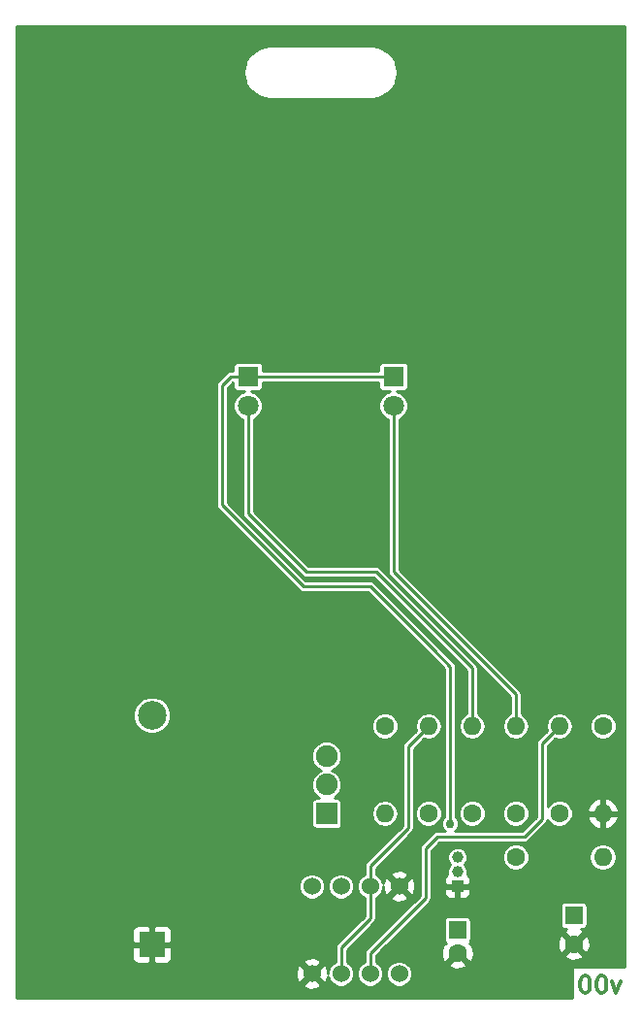
<source format=gbl>
G04 #@! TF.FileFunction,Copper,L2,Bot,Signal*
%FSLAX46Y46*%
G04 Gerber Fmt 4.6, Leading zero omitted, Abs format (unit mm)*
G04 Created by KiCad (PCBNEW 4.0.7) date 12/26/17 21:11:22*
%MOMM*%
%LPD*%
G01*
G04 APERTURE LIST*
%ADD10C,0.100000*%
%ADD11C,0.300000*%
%ADD12C,1.524000*%
%ADD13R,1.600000X1.600000*%
%ADD14C,1.600000*%
%ADD15R,1.800000X1.800000*%
%ADD16C,1.800000*%
%ADD17R,1.000000X1.000000*%
%ADD18C,1.000000*%
%ADD19O,1.600000X1.600000*%
%ADD20R,2.170000X2.170000*%
%ADD21C,2.500000*%
%ADD22R,1.900000X1.900000*%
%ADD23C,1.900000*%
%ADD24C,0.762000*%
%ADD25C,0.254000*%
G04 APERTURE END LIST*
D10*
D11*
X180093713Y-125154571D02*
X179736570Y-126154571D01*
X179379428Y-125154571D01*
X178522285Y-124654571D02*
X178379428Y-124654571D01*
X178236571Y-124726000D01*
X178165142Y-124797429D01*
X178093713Y-124940286D01*
X178022285Y-125226000D01*
X178022285Y-125583143D01*
X178093713Y-125868857D01*
X178165142Y-126011714D01*
X178236571Y-126083143D01*
X178379428Y-126154571D01*
X178522285Y-126154571D01*
X178665142Y-126083143D01*
X178736571Y-126011714D01*
X178807999Y-125868857D01*
X178879428Y-125583143D01*
X178879428Y-125226000D01*
X178807999Y-124940286D01*
X178736571Y-124797429D01*
X178665142Y-124726000D01*
X178522285Y-124654571D01*
X177093714Y-124654571D02*
X176950857Y-124654571D01*
X176808000Y-124726000D01*
X176736571Y-124797429D01*
X176665142Y-124940286D01*
X176593714Y-125226000D01*
X176593714Y-125583143D01*
X176665142Y-125868857D01*
X176736571Y-126011714D01*
X176808000Y-126083143D01*
X176950857Y-126154571D01*
X177093714Y-126154571D01*
X177236571Y-126083143D01*
X177308000Y-126011714D01*
X177379428Y-125868857D01*
X177450857Y-125583143D01*
X177450857Y-125226000D01*
X177379428Y-124940286D01*
X177308000Y-124797429D01*
X177236571Y-124726000D01*
X177093714Y-124654571D01*
D12*
X153162000Y-124460000D03*
X155702000Y-124460000D03*
X158242000Y-124460000D03*
X160782000Y-124460000D03*
X160782000Y-116840000D03*
X158242000Y-116840000D03*
X155702000Y-116840000D03*
X153162000Y-116840000D03*
D13*
X165862000Y-120650000D03*
D14*
X165862000Y-122650000D03*
D13*
X176022000Y-119380000D03*
D14*
X176022000Y-121880000D03*
D15*
X147574000Y-72390000D03*
D16*
X147574000Y-74930000D03*
D15*
X160274000Y-72390000D03*
D16*
X160274000Y-74930000D03*
D17*
X165862000Y-116840000D03*
D18*
X165862000Y-115570000D03*
X165862000Y-114300000D03*
D14*
X159512000Y-102870000D03*
D19*
X159512000Y-110490000D03*
D14*
X163322000Y-110490000D03*
D19*
X163322000Y-102870000D03*
D14*
X174752000Y-110490000D03*
D19*
X174752000Y-102870000D03*
D14*
X178562000Y-102870000D03*
D19*
X178562000Y-110490000D03*
D14*
X170942000Y-114300000D03*
D19*
X178562000Y-114300000D03*
D14*
X167132000Y-110490000D03*
D19*
X167132000Y-102870000D03*
D14*
X170942000Y-110490000D03*
D19*
X170942000Y-102870000D03*
D20*
X139192000Y-121920000D03*
D21*
X139192000Y-101920000D03*
D22*
X154432000Y-110490000D03*
D23*
X154432000Y-107990000D03*
X154432000Y-105490000D03*
D24*
X165227000Y-111379000D03*
D25*
X163830000Y-96266000D02*
X165227000Y-97663000D01*
X146050000Y-72390000D02*
X145288000Y-73152000D01*
X145288000Y-73152000D02*
X145288000Y-83566000D01*
X145288000Y-83566000D02*
X152400000Y-90678000D01*
X152400000Y-90678000D02*
X158242000Y-90678000D01*
X158242000Y-90678000D02*
X163830000Y-96266000D01*
X147574000Y-72390000D02*
X146050000Y-72390000D01*
X165227000Y-111379000D02*
X165227000Y-105537000D01*
X165227000Y-97663000D02*
X165227000Y-105537000D01*
X160274000Y-72390000D02*
X147574000Y-72390000D01*
X158242000Y-116840000D02*
X158242000Y-115062000D01*
X161544000Y-104648000D02*
X163322000Y-102870000D01*
X161544000Y-111760000D02*
X161544000Y-104648000D01*
X158242000Y-115062000D02*
X161544000Y-111760000D01*
X155702000Y-124460000D02*
X155702000Y-122174000D01*
X158242000Y-119634000D02*
X158242000Y-116840000D01*
X155702000Y-122174000D02*
X158242000Y-119634000D01*
X147574000Y-74930000D02*
X147574000Y-84328000D01*
X167132000Y-97790000D02*
X167132000Y-102870000D01*
X158750000Y-89408000D02*
X167132000Y-97790000D01*
X152654000Y-89408000D02*
X158750000Y-89408000D01*
X147574000Y-84328000D02*
X152654000Y-89408000D01*
X170942000Y-102870000D02*
X170942000Y-100076000D01*
X160274000Y-89408000D02*
X160274000Y-74930000D01*
X170942000Y-100076000D02*
X160274000Y-89408000D01*
X158242000Y-124460000D02*
X158242000Y-122682000D01*
X173228000Y-104394000D02*
X174752000Y-102870000D01*
X173228000Y-110998000D02*
X173228000Y-104394000D01*
X171704000Y-112522000D02*
X173228000Y-110998000D01*
X164084000Y-112522000D02*
X171704000Y-112522000D01*
X163068000Y-113538000D02*
X164084000Y-112522000D01*
X163068000Y-117856000D02*
X163068000Y-113538000D01*
X158242000Y-122682000D02*
X163068000Y-117856000D01*
G36*
X180454300Y-123895000D02*
X175927001Y-123895000D01*
X175927001Y-126606300D01*
X127393700Y-126606300D01*
X127393700Y-125440213D01*
X152361392Y-125440213D01*
X152430857Y-125682397D01*
X152954302Y-125869144D01*
X153509368Y-125841362D01*
X153893143Y-125682397D01*
X153962608Y-125440213D01*
X153162000Y-124639605D01*
X152361392Y-125440213D01*
X127393700Y-125440213D01*
X127393700Y-124252302D01*
X151752856Y-124252302D01*
X151780638Y-124807368D01*
X151939603Y-125191143D01*
X152181787Y-125260608D01*
X152982395Y-124460000D01*
X153341605Y-124460000D01*
X154142213Y-125260608D01*
X154384397Y-125191143D01*
X154561852Y-124693742D01*
X154732446Y-125106612D01*
X155053697Y-125428423D01*
X155473646Y-125602801D01*
X155928359Y-125603198D01*
X156348612Y-125429554D01*
X156670423Y-125108303D01*
X156844801Y-124688354D01*
X156845198Y-124233641D01*
X156671554Y-123813388D01*
X156350303Y-123491577D01*
X156210000Y-123433318D01*
X156210000Y-122384420D01*
X158601210Y-119993211D01*
X158711330Y-119828404D01*
X158711331Y-119828403D01*
X158750000Y-119634000D01*
X158750000Y-117866827D01*
X158862815Y-117820213D01*
X159981392Y-117820213D01*
X160050857Y-118062397D01*
X160574302Y-118249144D01*
X161129368Y-118221362D01*
X161513143Y-118062397D01*
X161582608Y-117820213D01*
X160782000Y-117019605D01*
X159981392Y-117820213D01*
X158862815Y-117820213D01*
X158888612Y-117809554D01*
X159210423Y-117488303D01*
X159384801Y-117068354D01*
X159384970Y-116874340D01*
X159400638Y-117187368D01*
X159559603Y-117571143D01*
X159801787Y-117640608D01*
X160602395Y-116840000D01*
X160961605Y-116840000D01*
X161762213Y-117640608D01*
X162004397Y-117571143D01*
X162191144Y-117047698D01*
X162163362Y-116492632D01*
X162004397Y-116108857D01*
X161762213Y-116039392D01*
X160961605Y-116840000D01*
X160602395Y-116840000D01*
X159801787Y-116039392D01*
X159559603Y-116108857D01*
X159382148Y-116606258D01*
X159211554Y-116193388D01*
X158890303Y-115871577D01*
X158861910Y-115859787D01*
X159981392Y-115859787D01*
X160782000Y-116660395D01*
X161582608Y-115859787D01*
X161513143Y-115617603D01*
X160989698Y-115430856D01*
X160434632Y-115458638D01*
X160050857Y-115617603D01*
X159981392Y-115859787D01*
X158861910Y-115859787D01*
X158750000Y-115813318D01*
X158750000Y-115272420D01*
X161903210Y-112119210D01*
X162013331Y-111954404D01*
X162052000Y-111760000D01*
X162052000Y-110723885D01*
X162140796Y-110723885D01*
X162320213Y-111158109D01*
X162652144Y-111490619D01*
X163086054Y-111670794D01*
X163555885Y-111671204D01*
X163990109Y-111491787D01*
X164322619Y-111159856D01*
X164502794Y-110725946D01*
X164503204Y-110256115D01*
X164323787Y-109821891D01*
X163991856Y-109489381D01*
X163557946Y-109309206D01*
X163088115Y-109308796D01*
X162653891Y-109488213D01*
X162321381Y-109820144D01*
X162141206Y-110254054D01*
X162140796Y-110723885D01*
X162052000Y-110723885D01*
X162052000Y-104858420D01*
X162916868Y-103993552D01*
X163322000Y-104074137D01*
X163773949Y-103984239D01*
X164157093Y-103728230D01*
X164413102Y-103345086D01*
X164503000Y-102893137D01*
X164503000Y-102846863D01*
X164413102Y-102394914D01*
X164157093Y-102011770D01*
X163773949Y-101755761D01*
X163322000Y-101665863D01*
X162870051Y-101755761D01*
X162486907Y-102011770D01*
X162230898Y-102394914D01*
X162141000Y-102846863D01*
X162141000Y-102893137D01*
X162213908Y-103259672D01*
X161184790Y-104288790D01*
X161074669Y-104453597D01*
X161036000Y-104648000D01*
X161036000Y-111549580D01*
X157882790Y-114702790D01*
X157772669Y-114867597D01*
X157734000Y-115062000D01*
X157734000Y-115813173D01*
X157595388Y-115870446D01*
X157273577Y-116191697D01*
X157099199Y-116611646D01*
X157098802Y-117066359D01*
X157272446Y-117486612D01*
X157593697Y-117808423D01*
X157734000Y-117866682D01*
X157734000Y-119423579D01*
X155342790Y-121814790D01*
X155232669Y-121979597D01*
X155194000Y-122174000D01*
X155194000Y-123433173D01*
X155055388Y-123490446D01*
X154733577Y-123811697D01*
X154559199Y-124231646D01*
X154559030Y-124425660D01*
X154543362Y-124112632D01*
X154384397Y-123728857D01*
X154142213Y-123659392D01*
X153341605Y-124460000D01*
X152982395Y-124460000D01*
X152181787Y-123659392D01*
X151939603Y-123728857D01*
X151752856Y-124252302D01*
X127393700Y-124252302D01*
X127393700Y-122205750D01*
X137472000Y-122205750D01*
X137472000Y-123131309D01*
X137568673Y-123364698D01*
X137747301Y-123543327D01*
X137980690Y-123640000D01*
X138906250Y-123640000D01*
X139065000Y-123481250D01*
X139065000Y-122047000D01*
X139319000Y-122047000D01*
X139319000Y-123481250D01*
X139477750Y-123640000D01*
X140403310Y-123640000D01*
X140636699Y-123543327D01*
X140700238Y-123479787D01*
X152361392Y-123479787D01*
X153162000Y-124280395D01*
X153962608Y-123479787D01*
X153893143Y-123237603D01*
X153369698Y-123050856D01*
X152814632Y-123078638D01*
X152430857Y-123237603D01*
X152361392Y-123479787D01*
X140700238Y-123479787D01*
X140815327Y-123364698D01*
X140912000Y-123131309D01*
X140912000Y-122205750D01*
X140753250Y-122047000D01*
X139319000Y-122047000D01*
X139065000Y-122047000D01*
X137630750Y-122047000D01*
X137472000Y-122205750D01*
X127393700Y-122205750D01*
X127393700Y-120708691D01*
X137472000Y-120708691D01*
X137472000Y-121634250D01*
X137630750Y-121793000D01*
X139065000Y-121793000D01*
X139065000Y-120358750D01*
X139319000Y-120358750D01*
X139319000Y-121793000D01*
X140753250Y-121793000D01*
X140912000Y-121634250D01*
X140912000Y-120708691D01*
X140815327Y-120475302D01*
X140636699Y-120296673D01*
X140403310Y-120200000D01*
X139477750Y-120200000D01*
X139319000Y-120358750D01*
X139065000Y-120358750D01*
X138906250Y-120200000D01*
X137980690Y-120200000D01*
X137747301Y-120296673D01*
X137568673Y-120475302D01*
X137472000Y-120708691D01*
X127393700Y-120708691D01*
X127393700Y-117066359D01*
X152018802Y-117066359D01*
X152192446Y-117486612D01*
X152513697Y-117808423D01*
X152933646Y-117982801D01*
X153388359Y-117983198D01*
X153808612Y-117809554D01*
X154130423Y-117488303D01*
X154304801Y-117068354D01*
X154304802Y-117066359D01*
X154558802Y-117066359D01*
X154732446Y-117486612D01*
X155053697Y-117808423D01*
X155473646Y-117982801D01*
X155928359Y-117983198D01*
X156348612Y-117809554D01*
X156670423Y-117488303D01*
X156844801Y-117068354D01*
X156845198Y-116613641D01*
X156671554Y-116193388D01*
X156350303Y-115871577D01*
X155930354Y-115697199D01*
X155475641Y-115696802D01*
X155055388Y-115870446D01*
X154733577Y-116191697D01*
X154559199Y-116611646D01*
X154558802Y-117066359D01*
X154304802Y-117066359D01*
X154305198Y-116613641D01*
X154131554Y-116193388D01*
X153810303Y-115871577D01*
X153390354Y-115697199D01*
X152935641Y-115696802D01*
X152515388Y-115870446D01*
X152193577Y-116191697D01*
X152019199Y-116611646D01*
X152018802Y-117066359D01*
X127393700Y-117066359D01*
X127393700Y-109540000D01*
X153093536Y-109540000D01*
X153093536Y-111440000D01*
X153120103Y-111581190D01*
X153203546Y-111710865D01*
X153330866Y-111797859D01*
X153482000Y-111828464D01*
X155382000Y-111828464D01*
X155523190Y-111801897D01*
X155652865Y-111718454D01*
X155739859Y-111591134D01*
X155770464Y-111440000D01*
X155770464Y-110466863D01*
X158331000Y-110466863D01*
X158331000Y-110513137D01*
X158420898Y-110965086D01*
X158676907Y-111348230D01*
X159060051Y-111604239D01*
X159512000Y-111694137D01*
X159963949Y-111604239D01*
X160347093Y-111348230D01*
X160603102Y-110965086D01*
X160693000Y-110513137D01*
X160693000Y-110466863D01*
X160603102Y-110014914D01*
X160347093Y-109631770D01*
X159963949Y-109375761D01*
X159512000Y-109285863D01*
X159060051Y-109375761D01*
X158676907Y-109631770D01*
X158420898Y-110014914D01*
X158331000Y-110466863D01*
X155770464Y-110466863D01*
X155770464Y-109540000D01*
X155743897Y-109398810D01*
X155660454Y-109269135D01*
X155533134Y-109182141D01*
X155382000Y-109151536D01*
X155106284Y-109151536D01*
X155184966Y-109119025D01*
X155559709Y-108744935D01*
X155762769Y-108255914D01*
X155763231Y-107726409D01*
X155561025Y-107237034D01*
X155186935Y-106862291D01*
X154892306Y-106739950D01*
X155184966Y-106619025D01*
X155559709Y-106244935D01*
X155762769Y-105755914D01*
X155763231Y-105226409D01*
X155561025Y-104737034D01*
X155186935Y-104362291D01*
X154697914Y-104159231D01*
X154168409Y-104158769D01*
X153679034Y-104360975D01*
X153304291Y-104735065D01*
X153101231Y-105224086D01*
X153100769Y-105753591D01*
X153302975Y-106242966D01*
X153677065Y-106617709D01*
X153971694Y-106740050D01*
X153679034Y-106860975D01*
X153304291Y-107235065D01*
X153101231Y-107724086D01*
X153100769Y-108253591D01*
X153302975Y-108742966D01*
X153677065Y-109117709D01*
X153758529Y-109151536D01*
X153482000Y-109151536D01*
X153340810Y-109178103D01*
X153211135Y-109261546D01*
X153124141Y-109388866D01*
X153093536Y-109540000D01*
X127393700Y-109540000D01*
X127393700Y-102243003D01*
X137560718Y-102243003D01*
X137808499Y-102842680D01*
X138266907Y-103301888D01*
X138866151Y-103550716D01*
X139515003Y-103551282D01*
X140114680Y-103303501D01*
X140314644Y-103103885D01*
X158330796Y-103103885D01*
X158510213Y-103538109D01*
X158842144Y-103870619D01*
X159276054Y-104050794D01*
X159745885Y-104051204D01*
X160180109Y-103871787D01*
X160512619Y-103539856D01*
X160692794Y-103105946D01*
X160693204Y-102636115D01*
X160513787Y-102201891D01*
X160181856Y-101869381D01*
X159747946Y-101689206D01*
X159278115Y-101688796D01*
X158843891Y-101868213D01*
X158511381Y-102200144D01*
X158331206Y-102634054D01*
X158330796Y-103103885D01*
X140314644Y-103103885D01*
X140573888Y-102845093D01*
X140822716Y-102245849D01*
X140823282Y-101596997D01*
X140575501Y-100997320D01*
X140117093Y-100538112D01*
X139517849Y-100289284D01*
X138868997Y-100288718D01*
X138269320Y-100536499D01*
X137810112Y-100994907D01*
X137561284Y-101594151D01*
X137560718Y-102243003D01*
X127393700Y-102243003D01*
X127393700Y-73152000D01*
X144780000Y-73152000D01*
X144780000Y-83566000D01*
X144818669Y-83760403D01*
X144928790Y-83925210D01*
X152040790Y-91037210D01*
X152205597Y-91147331D01*
X152400000Y-91186000D01*
X158031580Y-91186000D01*
X163470789Y-96625210D01*
X163470792Y-96625212D01*
X164719000Y-97873420D01*
X164719000Y-110809424D01*
X164581385Y-110946798D01*
X164465133Y-111226764D01*
X164464868Y-111529906D01*
X164580632Y-111810074D01*
X164784202Y-112014000D01*
X164084000Y-112014000D01*
X163889597Y-112052669D01*
X163724790Y-112162790D01*
X162708790Y-113178790D01*
X162598669Y-113343597D01*
X162560000Y-113538000D01*
X162560000Y-117645580D01*
X157882790Y-122322790D01*
X157772669Y-122487597D01*
X157734000Y-122682000D01*
X157734000Y-123433173D01*
X157595388Y-123490446D01*
X157273577Y-123811697D01*
X157099199Y-124231646D01*
X157098802Y-124686359D01*
X157272446Y-125106612D01*
X157593697Y-125428423D01*
X158013646Y-125602801D01*
X158468359Y-125603198D01*
X158888612Y-125429554D01*
X159210423Y-125108303D01*
X159384801Y-124688354D01*
X159384802Y-124686359D01*
X159638802Y-124686359D01*
X159812446Y-125106612D01*
X160133697Y-125428423D01*
X160553646Y-125602801D01*
X161008359Y-125603198D01*
X161428612Y-125429554D01*
X161750423Y-125108303D01*
X161924801Y-124688354D01*
X161925198Y-124233641D01*
X161751554Y-123813388D01*
X161596182Y-123657745D01*
X165033861Y-123657745D01*
X165107995Y-123903864D01*
X165645223Y-124096965D01*
X166215454Y-124069778D01*
X166616005Y-123903864D01*
X166690139Y-123657745D01*
X165862000Y-122829605D01*
X165033861Y-123657745D01*
X161596182Y-123657745D01*
X161430303Y-123491577D01*
X161010354Y-123317199D01*
X160555641Y-123316802D01*
X160135388Y-123490446D01*
X159813577Y-123811697D01*
X159639199Y-124231646D01*
X159638802Y-124686359D01*
X159384802Y-124686359D01*
X159385198Y-124233641D01*
X159211554Y-123813388D01*
X158890303Y-123491577D01*
X158750000Y-123433318D01*
X158750000Y-122892420D01*
X159209197Y-122433223D01*
X164415035Y-122433223D01*
X164442222Y-123003454D01*
X164608136Y-123404005D01*
X164854255Y-123478139D01*
X165682395Y-122650000D01*
X165668252Y-122635858D01*
X165847858Y-122456252D01*
X165862000Y-122470395D01*
X165876142Y-122456252D01*
X166055748Y-122635858D01*
X166041605Y-122650000D01*
X166869745Y-123478139D01*
X167115864Y-123404005D01*
X167301428Y-122887745D01*
X175193861Y-122887745D01*
X175267995Y-123133864D01*
X175805223Y-123326965D01*
X176375454Y-123299778D01*
X176776005Y-123133864D01*
X176850139Y-122887745D01*
X176022000Y-122059605D01*
X175193861Y-122887745D01*
X167301428Y-122887745D01*
X167308965Y-122866777D01*
X167281778Y-122296546D01*
X167115864Y-121895995D01*
X166869747Y-121821861D01*
X166984622Y-121706986D01*
X166962588Y-121684952D01*
X166977434Y-121663223D01*
X174575035Y-121663223D01*
X174602222Y-122233454D01*
X174768136Y-122634005D01*
X175014255Y-122708139D01*
X175842395Y-121880000D01*
X176201605Y-121880000D01*
X177029745Y-122708139D01*
X177275864Y-122634005D01*
X177468965Y-122096777D01*
X177441778Y-121526546D01*
X177275864Y-121125995D01*
X177029745Y-121051861D01*
X176201605Y-121880000D01*
X175842395Y-121880000D01*
X175014255Y-121051861D01*
X174768136Y-121125995D01*
X174575035Y-121663223D01*
X166977434Y-121663223D01*
X167019859Y-121601134D01*
X167050464Y-121450000D01*
X167050464Y-119850000D01*
X167023897Y-119708810D01*
X166940454Y-119579135D01*
X166813134Y-119492141D01*
X166662000Y-119461536D01*
X165062000Y-119461536D01*
X164920810Y-119488103D01*
X164791135Y-119571546D01*
X164704141Y-119698866D01*
X164673536Y-119850000D01*
X164673536Y-121450000D01*
X164700103Y-121591190D01*
X164760819Y-121685545D01*
X164739378Y-121706986D01*
X164854253Y-121821861D01*
X164608136Y-121895995D01*
X164415035Y-122433223D01*
X159209197Y-122433223D01*
X163062420Y-118580000D01*
X174833536Y-118580000D01*
X174833536Y-120180000D01*
X174860103Y-120321190D01*
X174943546Y-120450865D01*
X175070866Y-120537859D01*
X175222000Y-120568464D01*
X175407227Y-120568464D01*
X175267995Y-120626136D01*
X175193861Y-120872255D01*
X176022000Y-121700395D01*
X176850139Y-120872255D01*
X176776005Y-120626136D01*
X176615555Y-120568464D01*
X176822000Y-120568464D01*
X176963190Y-120541897D01*
X177092865Y-120458454D01*
X177179859Y-120331134D01*
X177210464Y-120180000D01*
X177210464Y-118580000D01*
X177183897Y-118438810D01*
X177100454Y-118309135D01*
X176973134Y-118222141D01*
X176822000Y-118191536D01*
X175222000Y-118191536D01*
X175080810Y-118218103D01*
X174951135Y-118301546D01*
X174864141Y-118428866D01*
X174833536Y-118580000D01*
X163062420Y-118580000D01*
X163427210Y-118215210D01*
X163537331Y-118050403D01*
X163576000Y-117856000D01*
X163576000Y-117125750D01*
X164727000Y-117125750D01*
X164727000Y-117466309D01*
X164823673Y-117699698D01*
X165002301Y-117878327D01*
X165235690Y-117975000D01*
X165576250Y-117975000D01*
X165735000Y-117816250D01*
X165735000Y-116967000D01*
X165989000Y-116967000D01*
X165989000Y-117816250D01*
X166147750Y-117975000D01*
X166488310Y-117975000D01*
X166721699Y-117878327D01*
X166900327Y-117699698D01*
X166997000Y-117466309D01*
X166997000Y-117125750D01*
X166838250Y-116967000D01*
X165989000Y-116967000D01*
X165735000Y-116967000D01*
X164885750Y-116967000D01*
X164727000Y-117125750D01*
X163576000Y-117125750D01*
X163576000Y-116213691D01*
X164727000Y-116213691D01*
X164727000Y-116554250D01*
X164885750Y-116713000D01*
X165735000Y-116713000D01*
X165735000Y-116693000D01*
X165989000Y-116693000D01*
X165989000Y-116713000D01*
X166838250Y-116713000D01*
X166997000Y-116554250D01*
X166997000Y-116213691D01*
X166900327Y-115980302D01*
X166721699Y-115801673D01*
X166720022Y-115800979D01*
X166742847Y-115746011D01*
X166743153Y-115395527D01*
X166609311Y-115071605D01*
X166472923Y-114934979D01*
X166608440Y-114799698D01*
X166718815Y-114533885D01*
X169760796Y-114533885D01*
X169940213Y-114968109D01*
X170272144Y-115300619D01*
X170706054Y-115480794D01*
X171175885Y-115481204D01*
X171610109Y-115301787D01*
X171942619Y-114969856D01*
X172122794Y-114535946D01*
X172122999Y-114300000D01*
X177357863Y-114300000D01*
X177447761Y-114751949D01*
X177703770Y-115135093D01*
X178086914Y-115391102D01*
X178538863Y-115481000D01*
X178585137Y-115481000D01*
X179037086Y-115391102D01*
X179420230Y-115135093D01*
X179676239Y-114751949D01*
X179766137Y-114300000D01*
X179676239Y-113848051D01*
X179420230Y-113464907D01*
X179037086Y-113208898D01*
X178585137Y-113119000D01*
X178538863Y-113119000D01*
X178086914Y-113208898D01*
X177703770Y-113464907D01*
X177447761Y-113848051D01*
X177357863Y-114300000D01*
X172122999Y-114300000D01*
X172123204Y-114066115D01*
X171943787Y-113631891D01*
X171611856Y-113299381D01*
X171177946Y-113119206D01*
X170708115Y-113118796D01*
X170273891Y-113298213D01*
X169941381Y-113630144D01*
X169761206Y-114064054D01*
X169760796Y-114533885D01*
X166718815Y-114533885D01*
X166742847Y-114476011D01*
X166743153Y-114125527D01*
X166609311Y-113801605D01*
X166361698Y-113553560D01*
X166038011Y-113419153D01*
X165687527Y-113418847D01*
X165363605Y-113552689D01*
X165115560Y-113800302D01*
X164981153Y-114123989D01*
X164980847Y-114474473D01*
X165114689Y-114798395D01*
X165251077Y-114935021D01*
X165115560Y-115070302D01*
X164981153Y-115393989D01*
X164980847Y-115744473D01*
X165004163Y-115800902D01*
X165002301Y-115801673D01*
X164823673Y-115980302D01*
X164727000Y-116213691D01*
X163576000Y-116213691D01*
X163576000Y-113748420D01*
X164294420Y-113030000D01*
X171704000Y-113030000D01*
X171898403Y-112991331D01*
X172063210Y-112881210D01*
X173587210Y-111357211D01*
X173673483Y-111228094D01*
X173697331Y-111192403D01*
X173719121Y-111082859D01*
X173750213Y-111158109D01*
X174082144Y-111490619D01*
X174516054Y-111670794D01*
X174985885Y-111671204D01*
X175420109Y-111491787D01*
X175752619Y-111159856D01*
X175885832Y-110839041D01*
X177170086Y-110839041D01*
X177409611Y-111345134D01*
X177824577Y-111721041D01*
X178212961Y-111881904D01*
X178435000Y-111759915D01*
X178435000Y-110617000D01*
X178689000Y-110617000D01*
X178689000Y-111759915D01*
X178911039Y-111881904D01*
X179299423Y-111721041D01*
X179714389Y-111345134D01*
X179953914Y-110839041D01*
X179832629Y-110617000D01*
X178689000Y-110617000D01*
X178435000Y-110617000D01*
X177291371Y-110617000D01*
X177170086Y-110839041D01*
X175885832Y-110839041D01*
X175932794Y-110725946D01*
X175933204Y-110256115D01*
X175885623Y-110140959D01*
X177170086Y-110140959D01*
X177291371Y-110363000D01*
X178435000Y-110363000D01*
X178435000Y-109220085D01*
X178689000Y-109220085D01*
X178689000Y-110363000D01*
X179832629Y-110363000D01*
X179953914Y-110140959D01*
X179714389Y-109634866D01*
X179299423Y-109258959D01*
X178911039Y-109098096D01*
X178689000Y-109220085D01*
X178435000Y-109220085D01*
X178212961Y-109098096D01*
X177824577Y-109258959D01*
X177409611Y-109634866D01*
X177170086Y-110140959D01*
X175885623Y-110140959D01*
X175753787Y-109821891D01*
X175421856Y-109489381D01*
X174987946Y-109309206D01*
X174518115Y-109308796D01*
X174083891Y-109488213D01*
X173751381Y-109820144D01*
X173736000Y-109857186D01*
X173736000Y-104604420D01*
X174346869Y-103993552D01*
X174752000Y-104074137D01*
X175203949Y-103984239D01*
X175587093Y-103728230D01*
X175843102Y-103345086D01*
X175891079Y-103103885D01*
X177380796Y-103103885D01*
X177560213Y-103538109D01*
X177892144Y-103870619D01*
X178326054Y-104050794D01*
X178795885Y-104051204D01*
X179230109Y-103871787D01*
X179562619Y-103539856D01*
X179742794Y-103105946D01*
X179743204Y-102636115D01*
X179563787Y-102201891D01*
X179231856Y-101869381D01*
X178797946Y-101689206D01*
X178328115Y-101688796D01*
X177893891Y-101868213D01*
X177561381Y-102200144D01*
X177381206Y-102634054D01*
X177380796Y-103103885D01*
X175891079Y-103103885D01*
X175933000Y-102893137D01*
X175933000Y-102846863D01*
X175843102Y-102394914D01*
X175587093Y-102011770D01*
X175203949Y-101755761D01*
X174752000Y-101665863D01*
X174300051Y-101755761D01*
X173916907Y-102011770D01*
X173660898Y-102394914D01*
X173571000Y-102846863D01*
X173571000Y-102893137D01*
X173643908Y-103259671D01*
X172868790Y-104034790D01*
X172758669Y-104199597D01*
X172720000Y-104394000D01*
X172720000Y-110787579D01*
X171493580Y-112014000D01*
X165669462Y-112014000D01*
X165872615Y-111811202D01*
X165988867Y-111531236D01*
X165989132Y-111228094D01*
X165873368Y-110947926D01*
X165735000Y-110809316D01*
X165735000Y-110723885D01*
X165950796Y-110723885D01*
X166130213Y-111158109D01*
X166462144Y-111490619D01*
X166896054Y-111670794D01*
X167365885Y-111671204D01*
X167800109Y-111491787D01*
X168132619Y-111159856D01*
X168312794Y-110725946D01*
X168312795Y-110723885D01*
X169760796Y-110723885D01*
X169940213Y-111158109D01*
X170272144Y-111490619D01*
X170706054Y-111670794D01*
X171175885Y-111671204D01*
X171610109Y-111491787D01*
X171942619Y-111159856D01*
X172122794Y-110725946D01*
X172123204Y-110256115D01*
X171943787Y-109821891D01*
X171611856Y-109489381D01*
X171177946Y-109309206D01*
X170708115Y-109308796D01*
X170273891Y-109488213D01*
X169941381Y-109820144D01*
X169761206Y-110254054D01*
X169760796Y-110723885D01*
X168312795Y-110723885D01*
X168313204Y-110256115D01*
X168133787Y-109821891D01*
X167801856Y-109489381D01*
X167367946Y-109309206D01*
X166898115Y-109308796D01*
X166463891Y-109488213D01*
X166131381Y-109820144D01*
X165951206Y-110254054D01*
X165950796Y-110723885D01*
X165735000Y-110723885D01*
X165735000Y-97663000D01*
X165696331Y-97468597D01*
X165696331Y-97468596D01*
X165586210Y-97303790D01*
X164189212Y-95906792D01*
X164189210Y-95906789D01*
X158601210Y-90318790D01*
X158436403Y-90208669D01*
X158242000Y-90170000D01*
X152610420Y-90170000D01*
X145796000Y-83355580D01*
X145796000Y-73362420D01*
X146260420Y-72898000D01*
X146285536Y-72898000D01*
X146285536Y-73290000D01*
X146312103Y-73431190D01*
X146395546Y-73560865D01*
X146522866Y-73647859D01*
X146674000Y-73678464D01*
X147248466Y-73678464D01*
X146849320Y-73843388D01*
X146488655Y-74203425D01*
X146293223Y-74674076D01*
X146292778Y-75183689D01*
X146487388Y-75654680D01*
X146847425Y-76015345D01*
X147066000Y-76106106D01*
X147066000Y-84328000D01*
X147104669Y-84522403D01*
X147214790Y-84687210D01*
X152294790Y-89767210D01*
X152459597Y-89877331D01*
X152654000Y-89916000D01*
X158539580Y-89916000D01*
X166624000Y-98000420D01*
X166624000Y-101793213D01*
X166296907Y-102011770D01*
X166040898Y-102394914D01*
X165951000Y-102846863D01*
X165951000Y-102893137D01*
X166040898Y-103345086D01*
X166296907Y-103728230D01*
X166680051Y-103984239D01*
X167132000Y-104074137D01*
X167583949Y-103984239D01*
X167967093Y-103728230D01*
X168223102Y-103345086D01*
X168313000Y-102893137D01*
X168313000Y-102846863D01*
X168223102Y-102394914D01*
X167967093Y-102011770D01*
X167640000Y-101793213D01*
X167640000Y-97790000D01*
X167601331Y-97595597D01*
X167601331Y-97595596D01*
X167491210Y-97430790D01*
X159109210Y-89048790D01*
X158944403Y-88938669D01*
X158750000Y-88900000D01*
X152864420Y-88900000D01*
X148082000Y-84117580D01*
X148082000Y-76106143D01*
X148298680Y-76016612D01*
X148659345Y-75656575D01*
X148854777Y-75185924D01*
X148855222Y-74676311D01*
X148660612Y-74205320D01*
X148300575Y-73844655D01*
X147900344Y-73678464D01*
X148474000Y-73678464D01*
X148615190Y-73651897D01*
X148744865Y-73568454D01*
X148831859Y-73441134D01*
X148862464Y-73290000D01*
X148862464Y-72898000D01*
X158985536Y-72898000D01*
X158985536Y-73290000D01*
X159012103Y-73431190D01*
X159095546Y-73560865D01*
X159222866Y-73647859D01*
X159374000Y-73678464D01*
X159948466Y-73678464D01*
X159549320Y-73843388D01*
X159188655Y-74203425D01*
X158993223Y-74674076D01*
X158992778Y-75183689D01*
X159187388Y-75654680D01*
X159547425Y-76015345D01*
X159766000Y-76106106D01*
X159766000Y-89408000D01*
X159804669Y-89602403D01*
X159914790Y-89767210D01*
X170434000Y-100286420D01*
X170434000Y-101793213D01*
X170106907Y-102011770D01*
X169850898Y-102394914D01*
X169761000Y-102846863D01*
X169761000Y-102893137D01*
X169850898Y-103345086D01*
X170106907Y-103728230D01*
X170490051Y-103984239D01*
X170942000Y-104074137D01*
X171393949Y-103984239D01*
X171777093Y-103728230D01*
X172033102Y-103345086D01*
X172123000Y-102893137D01*
X172123000Y-102846863D01*
X172033102Y-102394914D01*
X171777093Y-102011770D01*
X171450000Y-101793213D01*
X171450000Y-100076000D01*
X171411331Y-99881597D01*
X171411331Y-99881596D01*
X171301210Y-99716790D01*
X160782000Y-89197580D01*
X160782000Y-76106143D01*
X160998680Y-76016612D01*
X161359345Y-75656575D01*
X161554777Y-75185924D01*
X161555222Y-74676311D01*
X161360612Y-74205320D01*
X161000575Y-73844655D01*
X160600344Y-73678464D01*
X161174000Y-73678464D01*
X161315190Y-73651897D01*
X161444865Y-73568454D01*
X161531859Y-73441134D01*
X161562464Y-73290000D01*
X161562464Y-71490000D01*
X161535897Y-71348810D01*
X161452454Y-71219135D01*
X161325134Y-71132141D01*
X161174000Y-71101536D01*
X159374000Y-71101536D01*
X159232810Y-71128103D01*
X159103135Y-71211546D01*
X159016141Y-71338866D01*
X158985536Y-71490000D01*
X158985536Y-71882000D01*
X148862464Y-71882000D01*
X148862464Y-71490000D01*
X148835897Y-71348810D01*
X148752454Y-71219135D01*
X148625134Y-71132141D01*
X148474000Y-71101536D01*
X146674000Y-71101536D01*
X146532810Y-71128103D01*
X146403135Y-71211546D01*
X146316141Y-71338866D01*
X146285536Y-71490000D01*
X146285536Y-71882000D01*
X146050000Y-71882000D01*
X145855597Y-71920669D01*
X145690790Y-72030790D01*
X144928790Y-72792790D01*
X144818669Y-72957597D01*
X144780000Y-73152000D01*
X127393700Y-73152000D01*
X127393700Y-45770193D01*
X147187865Y-45770193D01*
X147187865Y-45923807D01*
X147332874Y-46652819D01*
X147367310Y-46735954D01*
X147391660Y-46794740D01*
X147804613Y-47412766D01*
X147913234Y-47521387D01*
X148531259Y-47934340D01*
X148614395Y-47968776D01*
X148673181Y-47993126D01*
X149402193Y-48138135D01*
X149440969Y-48138135D01*
X149479000Y-48145700D01*
X158369000Y-48145700D01*
X158407031Y-48138135D01*
X158445807Y-48138135D01*
X159174819Y-47993126D01*
X159257954Y-47958690D01*
X159316740Y-47934340D01*
X159934766Y-47521387D01*
X160043387Y-47412766D01*
X160456340Y-46794741D01*
X160490776Y-46711605D01*
X160515126Y-46652819D01*
X160660135Y-45923807D01*
X160660135Y-45770193D01*
X160515126Y-45041181D01*
X160490776Y-44982395D01*
X160456340Y-44899259D01*
X160043387Y-44281234D01*
X159934766Y-44172613D01*
X159316740Y-43759660D01*
X159228894Y-43723273D01*
X159174819Y-43700874D01*
X158445807Y-43555865D01*
X158407031Y-43555865D01*
X158369000Y-43548300D01*
X149479000Y-43548300D01*
X149440969Y-43555865D01*
X149402193Y-43555865D01*
X148673181Y-43700874D01*
X148619106Y-43723273D01*
X148531259Y-43759660D01*
X147913234Y-44172613D01*
X147804613Y-44281234D01*
X147391660Y-44899260D01*
X147391660Y-44899261D01*
X147332874Y-45041181D01*
X147187865Y-45770193D01*
X127393700Y-45770193D01*
X127393700Y-41795700D01*
X180454300Y-41795700D01*
X180454300Y-123895000D01*
X180454300Y-123895000D01*
G37*
X180454300Y-123895000D02*
X175927001Y-123895000D01*
X175927001Y-126606300D01*
X127393700Y-126606300D01*
X127393700Y-125440213D01*
X152361392Y-125440213D01*
X152430857Y-125682397D01*
X152954302Y-125869144D01*
X153509368Y-125841362D01*
X153893143Y-125682397D01*
X153962608Y-125440213D01*
X153162000Y-124639605D01*
X152361392Y-125440213D01*
X127393700Y-125440213D01*
X127393700Y-124252302D01*
X151752856Y-124252302D01*
X151780638Y-124807368D01*
X151939603Y-125191143D01*
X152181787Y-125260608D01*
X152982395Y-124460000D01*
X153341605Y-124460000D01*
X154142213Y-125260608D01*
X154384397Y-125191143D01*
X154561852Y-124693742D01*
X154732446Y-125106612D01*
X155053697Y-125428423D01*
X155473646Y-125602801D01*
X155928359Y-125603198D01*
X156348612Y-125429554D01*
X156670423Y-125108303D01*
X156844801Y-124688354D01*
X156845198Y-124233641D01*
X156671554Y-123813388D01*
X156350303Y-123491577D01*
X156210000Y-123433318D01*
X156210000Y-122384420D01*
X158601210Y-119993211D01*
X158711330Y-119828404D01*
X158711331Y-119828403D01*
X158750000Y-119634000D01*
X158750000Y-117866827D01*
X158862815Y-117820213D01*
X159981392Y-117820213D01*
X160050857Y-118062397D01*
X160574302Y-118249144D01*
X161129368Y-118221362D01*
X161513143Y-118062397D01*
X161582608Y-117820213D01*
X160782000Y-117019605D01*
X159981392Y-117820213D01*
X158862815Y-117820213D01*
X158888612Y-117809554D01*
X159210423Y-117488303D01*
X159384801Y-117068354D01*
X159384970Y-116874340D01*
X159400638Y-117187368D01*
X159559603Y-117571143D01*
X159801787Y-117640608D01*
X160602395Y-116840000D01*
X160961605Y-116840000D01*
X161762213Y-117640608D01*
X162004397Y-117571143D01*
X162191144Y-117047698D01*
X162163362Y-116492632D01*
X162004397Y-116108857D01*
X161762213Y-116039392D01*
X160961605Y-116840000D01*
X160602395Y-116840000D01*
X159801787Y-116039392D01*
X159559603Y-116108857D01*
X159382148Y-116606258D01*
X159211554Y-116193388D01*
X158890303Y-115871577D01*
X158861910Y-115859787D01*
X159981392Y-115859787D01*
X160782000Y-116660395D01*
X161582608Y-115859787D01*
X161513143Y-115617603D01*
X160989698Y-115430856D01*
X160434632Y-115458638D01*
X160050857Y-115617603D01*
X159981392Y-115859787D01*
X158861910Y-115859787D01*
X158750000Y-115813318D01*
X158750000Y-115272420D01*
X161903210Y-112119210D01*
X162013331Y-111954404D01*
X162052000Y-111760000D01*
X162052000Y-110723885D01*
X162140796Y-110723885D01*
X162320213Y-111158109D01*
X162652144Y-111490619D01*
X163086054Y-111670794D01*
X163555885Y-111671204D01*
X163990109Y-111491787D01*
X164322619Y-111159856D01*
X164502794Y-110725946D01*
X164503204Y-110256115D01*
X164323787Y-109821891D01*
X163991856Y-109489381D01*
X163557946Y-109309206D01*
X163088115Y-109308796D01*
X162653891Y-109488213D01*
X162321381Y-109820144D01*
X162141206Y-110254054D01*
X162140796Y-110723885D01*
X162052000Y-110723885D01*
X162052000Y-104858420D01*
X162916868Y-103993552D01*
X163322000Y-104074137D01*
X163773949Y-103984239D01*
X164157093Y-103728230D01*
X164413102Y-103345086D01*
X164503000Y-102893137D01*
X164503000Y-102846863D01*
X164413102Y-102394914D01*
X164157093Y-102011770D01*
X163773949Y-101755761D01*
X163322000Y-101665863D01*
X162870051Y-101755761D01*
X162486907Y-102011770D01*
X162230898Y-102394914D01*
X162141000Y-102846863D01*
X162141000Y-102893137D01*
X162213908Y-103259672D01*
X161184790Y-104288790D01*
X161074669Y-104453597D01*
X161036000Y-104648000D01*
X161036000Y-111549580D01*
X157882790Y-114702790D01*
X157772669Y-114867597D01*
X157734000Y-115062000D01*
X157734000Y-115813173D01*
X157595388Y-115870446D01*
X157273577Y-116191697D01*
X157099199Y-116611646D01*
X157098802Y-117066359D01*
X157272446Y-117486612D01*
X157593697Y-117808423D01*
X157734000Y-117866682D01*
X157734000Y-119423579D01*
X155342790Y-121814790D01*
X155232669Y-121979597D01*
X155194000Y-122174000D01*
X155194000Y-123433173D01*
X155055388Y-123490446D01*
X154733577Y-123811697D01*
X154559199Y-124231646D01*
X154559030Y-124425660D01*
X154543362Y-124112632D01*
X154384397Y-123728857D01*
X154142213Y-123659392D01*
X153341605Y-124460000D01*
X152982395Y-124460000D01*
X152181787Y-123659392D01*
X151939603Y-123728857D01*
X151752856Y-124252302D01*
X127393700Y-124252302D01*
X127393700Y-122205750D01*
X137472000Y-122205750D01*
X137472000Y-123131309D01*
X137568673Y-123364698D01*
X137747301Y-123543327D01*
X137980690Y-123640000D01*
X138906250Y-123640000D01*
X139065000Y-123481250D01*
X139065000Y-122047000D01*
X139319000Y-122047000D01*
X139319000Y-123481250D01*
X139477750Y-123640000D01*
X140403310Y-123640000D01*
X140636699Y-123543327D01*
X140700238Y-123479787D01*
X152361392Y-123479787D01*
X153162000Y-124280395D01*
X153962608Y-123479787D01*
X153893143Y-123237603D01*
X153369698Y-123050856D01*
X152814632Y-123078638D01*
X152430857Y-123237603D01*
X152361392Y-123479787D01*
X140700238Y-123479787D01*
X140815327Y-123364698D01*
X140912000Y-123131309D01*
X140912000Y-122205750D01*
X140753250Y-122047000D01*
X139319000Y-122047000D01*
X139065000Y-122047000D01*
X137630750Y-122047000D01*
X137472000Y-122205750D01*
X127393700Y-122205750D01*
X127393700Y-120708691D01*
X137472000Y-120708691D01*
X137472000Y-121634250D01*
X137630750Y-121793000D01*
X139065000Y-121793000D01*
X139065000Y-120358750D01*
X139319000Y-120358750D01*
X139319000Y-121793000D01*
X140753250Y-121793000D01*
X140912000Y-121634250D01*
X140912000Y-120708691D01*
X140815327Y-120475302D01*
X140636699Y-120296673D01*
X140403310Y-120200000D01*
X139477750Y-120200000D01*
X139319000Y-120358750D01*
X139065000Y-120358750D01*
X138906250Y-120200000D01*
X137980690Y-120200000D01*
X137747301Y-120296673D01*
X137568673Y-120475302D01*
X137472000Y-120708691D01*
X127393700Y-120708691D01*
X127393700Y-117066359D01*
X152018802Y-117066359D01*
X152192446Y-117486612D01*
X152513697Y-117808423D01*
X152933646Y-117982801D01*
X153388359Y-117983198D01*
X153808612Y-117809554D01*
X154130423Y-117488303D01*
X154304801Y-117068354D01*
X154304802Y-117066359D01*
X154558802Y-117066359D01*
X154732446Y-117486612D01*
X155053697Y-117808423D01*
X155473646Y-117982801D01*
X155928359Y-117983198D01*
X156348612Y-117809554D01*
X156670423Y-117488303D01*
X156844801Y-117068354D01*
X156845198Y-116613641D01*
X156671554Y-116193388D01*
X156350303Y-115871577D01*
X155930354Y-115697199D01*
X155475641Y-115696802D01*
X155055388Y-115870446D01*
X154733577Y-116191697D01*
X154559199Y-116611646D01*
X154558802Y-117066359D01*
X154304802Y-117066359D01*
X154305198Y-116613641D01*
X154131554Y-116193388D01*
X153810303Y-115871577D01*
X153390354Y-115697199D01*
X152935641Y-115696802D01*
X152515388Y-115870446D01*
X152193577Y-116191697D01*
X152019199Y-116611646D01*
X152018802Y-117066359D01*
X127393700Y-117066359D01*
X127393700Y-109540000D01*
X153093536Y-109540000D01*
X153093536Y-111440000D01*
X153120103Y-111581190D01*
X153203546Y-111710865D01*
X153330866Y-111797859D01*
X153482000Y-111828464D01*
X155382000Y-111828464D01*
X155523190Y-111801897D01*
X155652865Y-111718454D01*
X155739859Y-111591134D01*
X155770464Y-111440000D01*
X155770464Y-110466863D01*
X158331000Y-110466863D01*
X158331000Y-110513137D01*
X158420898Y-110965086D01*
X158676907Y-111348230D01*
X159060051Y-111604239D01*
X159512000Y-111694137D01*
X159963949Y-111604239D01*
X160347093Y-111348230D01*
X160603102Y-110965086D01*
X160693000Y-110513137D01*
X160693000Y-110466863D01*
X160603102Y-110014914D01*
X160347093Y-109631770D01*
X159963949Y-109375761D01*
X159512000Y-109285863D01*
X159060051Y-109375761D01*
X158676907Y-109631770D01*
X158420898Y-110014914D01*
X158331000Y-110466863D01*
X155770464Y-110466863D01*
X155770464Y-109540000D01*
X155743897Y-109398810D01*
X155660454Y-109269135D01*
X155533134Y-109182141D01*
X155382000Y-109151536D01*
X155106284Y-109151536D01*
X155184966Y-109119025D01*
X155559709Y-108744935D01*
X155762769Y-108255914D01*
X155763231Y-107726409D01*
X155561025Y-107237034D01*
X155186935Y-106862291D01*
X154892306Y-106739950D01*
X155184966Y-106619025D01*
X155559709Y-106244935D01*
X155762769Y-105755914D01*
X155763231Y-105226409D01*
X155561025Y-104737034D01*
X155186935Y-104362291D01*
X154697914Y-104159231D01*
X154168409Y-104158769D01*
X153679034Y-104360975D01*
X153304291Y-104735065D01*
X153101231Y-105224086D01*
X153100769Y-105753591D01*
X153302975Y-106242966D01*
X153677065Y-106617709D01*
X153971694Y-106740050D01*
X153679034Y-106860975D01*
X153304291Y-107235065D01*
X153101231Y-107724086D01*
X153100769Y-108253591D01*
X153302975Y-108742966D01*
X153677065Y-109117709D01*
X153758529Y-109151536D01*
X153482000Y-109151536D01*
X153340810Y-109178103D01*
X153211135Y-109261546D01*
X153124141Y-109388866D01*
X153093536Y-109540000D01*
X127393700Y-109540000D01*
X127393700Y-102243003D01*
X137560718Y-102243003D01*
X137808499Y-102842680D01*
X138266907Y-103301888D01*
X138866151Y-103550716D01*
X139515003Y-103551282D01*
X140114680Y-103303501D01*
X140314644Y-103103885D01*
X158330796Y-103103885D01*
X158510213Y-103538109D01*
X158842144Y-103870619D01*
X159276054Y-104050794D01*
X159745885Y-104051204D01*
X160180109Y-103871787D01*
X160512619Y-103539856D01*
X160692794Y-103105946D01*
X160693204Y-102636115D01*
X160513787Y-102201891D01*
X160181856Y-101869381D01*
X159747946Y-101689206D01*
X159278115Y-101688796D01*
X158843891Y-101868213D01*
X158511381Y-102200144D01*
X158331206Y-102634054D01*
X158330796Y-103103885D01*
X140314644Y-103103885D01*
X140573888Y-102845093D01*
X140822716Y-102245849D01*
X140823282Y-101596997D01*
X140575501Y-100997320D01*
X140117093Y-100538112D01*
X139517849Y-100289284D01*
X138868997Y-100288718D01*
X138269320Y-100536499D01*
X137810112Y-100994907D01*
X137561284Y-101594151D01*
X137560718Y-102243003D01*
X127393700Y-102243003D01*
X127393700Y-73152000D01*
X144780000Y-73152000D01*
X144780000Y-83566000D01*
X144818669Y-83760403D01*
X144928790Y-83925210D01*
X152040790Y-91037210D01*
X152205597Y-91147331D01*
X152400000Y-91186000D01*
X158031580Y-91186000D01*
X163470789Y-96625210D01*
X163470792Y-96625212D01*
X164719000Y-97873420D01*
X164719000Y-110809424D01*
X164581385Y-110946798D01*
X164465133Y-111226764D01*
X164464868Y-111529906D01*
X164580632Y-111810074D01*
X164784202Y-112014000D01*
X164084000Y-112014000D01*
X163889597Y-112052669D01*
X163724790Y-112162790D01*
X162708790Y-113178790D01*
X162598669Y-113343597D01*
X162560000Y-113538000D01*
X162560000Y-117645580D01*
X157882790Y-122322790D01*
X157772669Y-122487597D01*
X157734000Y-122682000D01*
X157734000Y-123433173D01*
X157595388Y-123490446D01*
X157273577Y-123811697D01*
X157099199Y-124231646D01*
X157098802Y-124686359D01*
X157272446Y-125106612D01*
X157593697Y-125428423D01*
X158013646Y-125602801D01*
X158468359Y-125603198D01*
X158888612Y-125429554D01*
X159210423Y-125108303D01*
X159384801Y-124688354D01*
X159384802Y-124686359D01*
X159638802Y-124686359D01*
X159812446Y-125106612D01*
X160133697Y-125428423D01*
X160553646Y-125602801D01*
X161008359Y-125603198D01*
X161428612Y-125429554D01*
X161750423Y-125108303D01*
X161924801Y-124688354D01*
X161925198Y-124233641D01*
X161751554Y-123813388D01*
X161596182Y-123657745D01*
X165033861Y-123657745D01*
X165107995Y-123903864D01*
X165645223Y-124096965D01*
X166215454Y-124069778D01*
X166616005Y-123903864D01*
X166690139Y-123657745D01*
X165862000Y-122829605D01*
X165033861Y-123657745D01*
X161596182Y-123657745D01*
X161430303Y-123491577D01*
X161010354Y-123317199D01*
X160555641Y-123316802D01*
X160135388Y-123490446D01*
X159813577Y-123811697D01*
X159639199Y-124231646D01*
X159638802Y-124686359D01*
X159384802Y-124686359D01*
X159385198Y-124233641D01*
X159211554Y-123813388D01*
X158890303Y-123491577D01*
X158750000Y-123433318D01*
X158750000Y-122892420D01*
X159209197Y-122433223D01*
X164415035Y-122433223D01*
X164442222Y-123003454D01*
X164608136Y-123404005D01*
X164854255Y-123478139D01*
X165682395Y-122650000D01*
X165668252Y-122635858D01*
X165847858Y-122456252D01*
X165862000Y-122470395D01*
X165876142Y-122456252D01*
X166055748Y-122635858D01*
X166041605Y-122650000D01*
X166869745Y-123478139D01*
X167115864Y-123404005D01*
X167301428Y-122887745D01*
X175193861Y-122887745D01*
X175267995Y-123133864D01*
X175805223Y-123326965D01*
X176375454Y-123299778D01*
X176776005Y-123133864D01*
X176850139Y-122887745D01*
X176022000Y-122059605D01*
X175193861Y-122887745D01*
X167301428Y-122887745D01*
X167308965Y-122866777D01*
X167281778Y-122296546D01*
X167115864Y-121895995D01*
X166869747Y-121821861D01*
X166984622Y-121706986D01*
X166962588Y-121684952D01*
X166977434Y-121663223D01*
X174575035Y-121663223D01*
X174602222Y-122233454D01*
X174768136Y-122634005D01*
X175014255Y-122708139D01*
X175842395Y-121880000D01*
X176201605Y-121880000D01*
X177029745Y-122708139D01*
X177275864Y-122634005D01*
X177468965Y-122096777D01*
X177441778Y-121526546D01*
X177275864Y-121125995D01*
X177029745Y-121051861D01*
X176201605Y-121880000D01*
X175842395Y-121880000D01*
X175014255Y-121051861D01*
X174768136Y-121125995D01*
X174575035Y-121663223D01*
X166977434Y-121663223D01*
X167019859Y-121601134D01*
X167050464Y-121450000D01*
X167050464Y-119850000D01*
X167023897Y-119708810D01*
X166940454Y-119579135D01*
X166813134Y-119492141D01*
X166662000Y-119461536D01*
X165062000Y-119461536D01*
X164920810Y-119488103D01*
X164791135Y-119571546D01*
X164704141Y-119698866D01*
X164673536Y-119850000D01*
X164673536Y-121450000D01*
X164700103Y-121591190D01*
X164760819Y-121685545D01*
X164739378Y-121706986D01*
X164854253Y-121821861D01*
X164608136Y-121895995D01*
X164415035Y-122433223D01*
X159209197Y-122433223D01*
X163062420Y-118580000D01*
X174833536Y-118580000D01*
X174833536Y-120180000D01*
X174860103Y-120321190D01*
X174943546Y-120450865D01*
X175070866Y-120537859D01*
X175222000Y-120568464D01*
X175407227Y-120568464D01*
X175267995Y-120626136D01*
X175193861Y-120872255D01*
X176022000Y-121700395D01*
X176850139Y-120872255D01*
X176776005Y-120626136D01*
X176615555Y-120568464D01*
X176822000Y-120568464D01*
X176963190Y-120541897D01*
X177092865Y-120458454D01*
X177179859Y-120331134D01*
X177210464Y-120180000D01*
X177210464Y-118580000D01*
X177183897Y-118438810D01*
X177100454Y-118309135D01*
X176973134Y-118222141D01*
X176822000Y-118191536D01*
X175222000Y-118191536D01*
X175080810Y-118218103D01*
X174951135Y-118301546D01*
X174864141Y-118428866D01*
X174833536Y-118580000D01*
X163062420Y-118580000D01*
X163427210Y-118215210D01*
X163537331Y-118050403D01*
X163576000Y-117856000D01*
X163576000Y-117125750D01*
X164727000Y-117125750D01*
X164727000Y-117466309D01*
X164823673Y-117699698D01*
X165002301Y-117878327D01*
X165235690Y-117975000D01*
X165576250Y-117975000D01*
X165735000Y-117816250D01*
X165735000Y-116967000D01*
X165989000Y-116967000D01*
X165989000Y-117816250D01*
X166147750Y-117975000D01*
X166488310Y-117975000D01*
X166721699Y-117878327D01*
X166900327Y-117699698D01*
X166997000Y-117466309D01*
X166997000Y-117125750D01*
X166838250Y-116967000D01*
X165989000Y-116967000D01*
X165735000Y-116967000D01*
X164885750Y-116967000D01*
X164727000Y-117125750D01*
X163576000Y-117125750D01*
X163576000Y-116213691D01*
X164727000Y-116213691D01*
X164727000Y-116554250D01*
X164885750Y-116713000D01*
X165735000Y-116713000D01*
X165735000Y-116693000D01*
X165989000Y-116693000D01*
X165989000Y-116713000D01*
X166838250Y-116713000D01*
X166997000Y-116554250D01*
X166997000Y-116213691D01*
X166900327Y-115980302D01*
X166721699Y-115801673D01*
X166720022Y-115800979D01*
X166742847Y-115746011D01*
X166743153Y-115395527D01*
X166609311Y-115071605D01*
X166472923Y-114934979D01*
X166608440Y-114799698D01*
X166718815Y-114533885D01*
X169760796Y-114533885D01*
X169940213Y-114968109D01*
X170272144Y-115300619D01*
X170706054Y-115480794D01*
X171175885Y-115481204D01*
X171610109Y-115301787D01*
X171942619Y-114969856D01*
X172122794Y-114535946D01*
X172122999Y-114300000D01*
X177357863Y-114300000D01*
X177447761Y-114751949D01*
X177703770Y-115135093D01*
X178086914Y-115391102D01*
X178538863Y-115481000D01*
X178585137Y-115481000D01*
X179037086Y-115391102D01*
X179420230Y-115135093D01*
X179676239Y-114751949D01*
X179766137Y-114300000D01*
X179676239Y-113848051D01*
X179420230Y-113464907D01*
X179037086Y-113208898D01*
X178585137Y-113119000D01*
X178538863Y-113119000D01*
X178086914Y-113208898D01*
X177703770Y-113464907D01*
X177447761Y-113848051D01*
X177357863Y-114300000D01*
X172122999Y-114300000D01*
X172123204Y-114066115D01*
X171943787Y-113631891D01*
X171611856Y-113299381D01*
X171177946Y-113119206D01*
X170708115Y-113118796D01*
X170273891Y-113298213D01*
X169941381Y-113630144D01*
X169761206Y-114064054D01*
X169760796Y-114533885D01*
X166718815Y-114533885D01*
X166742847Y-114476011D01*
X166743153Y-114125527D01*
X166609311Y-113801605D01*
X166361698Y-113553560D01*
X166038011Y-113419153D01*
X165687527Y-113418847D01*
X165363605Y-113552689D01*
X165115560Y-113800302D01*
X164981153Y-114123989D01*
X164980847Y-114474473D01*
X165114689Y-114798395D01*
X165251077Y-114935021D01*
X165115560Y-115070302D01*
X164981153Y-115393989D01*
X164980847Y-115744473D01*
X165004163Y-115800902D01*
X165002301Y-115801673D01*
X164823673Y-115980302D01*
X164727000Y-116213691D01*
X163576000Y-116213691D01*
X163576000Y-113748420D01*
X164294420Y-113030000D01*
X171704000Y-113030000D01*
X171898403Y-112991331D01*
X172063210Y-112881210D01*
X173587210Y-111357211D01*
X173673483Y-111228094D01*
X173697331Y-111192403D01*
X173719121Y-111082859D01*
X173750213Y-111158109D01*
X174082144Y-111490619D01*
X174516054Y-111670794D01*
X174985885Y-111671204D01*
X175420109Y-111491787D01*
X175752619Y-111159856D01*
X175885832Y-110839041D01*
X177170086Y-110839041D01*
X177409611Y-111345134D01*
X177824577Y-111721041D01*
X178212961Y-111881904D01*
X178435000Y-111759915D01*
X178435000Y-110617000D01*
X178689000Y-110617000D01*
X178689000Y-111759915D01*
X178911039Y-111881904D01*
X179299423Y-111721041D01*
X179714389Y-111345134D01*
X179953914Y-110839041D01*
X179832629Y-110617000D01*
X178689000Y-110617000D01*
X178435000Y-110617000D01*
X177291371Y-110617000D01*
X177170086Y-110839041D01*
X175885832Y-110839041D01*
X175932794Y-110725946D01*
X175933204Y-110256115D01*
X175885623Y-110140959D01*
X177170086Y-110140959D01*
X177291371Y-110363000D01*
X178435000Y-110363000D01*
X178435000Y-109220085D01*
X178689000Y-109220085D01*
X178689000Y-110363000D01*
X179832629Y-110363000D01*
X179953914Y-110140959D01*
X179714389Y-109634866D01*
X179299423Y-109258959D01*
X178911039Y-109098096D01*
X178689000Y-109220085D01*
X178435000Y-109220085D01*
X178212961Y-109098096D01*
X177824577Y-109258959D01*
X177409611Y-109634866D01*
X177170086Y-110140959D01*
X175885623Y-110140959D01*
X175753787Y-109821891D01*
X175421856Y-109489381D01*
X174987946Y-109309206D01*
X174518115Y-109308796D01*
X174083891Y-109488213D01*
X173751381Y-109820144D01*
X173736000Y-109857186D01*
X173736000Y-104604420D01*
X174346869Y-103993552D01*
X174752000Y-104074137D01*
X175203949Y-103984239D01*
X175587093Y-103728230D01*
X175843102Y-103345086D01*
X175891079Y-103103885D01*
X177380796Y-103103885D01*
X177560213Y-103538109D01*
X177892144Y-103870619D01*
X178326054Y-104050794D01*
X178795885Y-104051204D01*
X179230109Y-103871787D01*
X179562619Y-103539856D01*
X179742794Y-103105946D01*
X179743204Y-102636115D01*
X179563787Y-102201891D01*
X179231856Y-101869381D01*
X178797946Y-101689206D01*
X178328115Y-101688796D01*
X177893891Y-101868213D01*
X177561381Y-102200144D01*
X177381206Y-102634054D01*
X177380796Y-103103885D01*
X175891079Y-103103885D01*
X175933000Y-102893137D01*
X175933000Y-102846863D01*
X175843102Y-102394914D01*
X175587093Y-102011770D01*
X175203949Y-101755761D01*
X174752000Y-101665863D01*
X174300051Y-101755761D01*
X173916907Y-102011770D01*
X173660898Y-102394914D01*
X173571000Y-102846863D01*
X173571000Y-102893137D01*
X173643908Y-103259671D01*
X172868790Y-104034790D01*
X172758669Y-104199597D01*
X172720000Y-104394000D01*
X172720000Y-110787579D01*
X171493580Y-112014000D01*
X165669462Y-112014000D01*
X165872615Y-111811202D01*
X165988867Y-111531236D01*
X165989132Y-111228094D01*
X165873368Y-110947926D01*
X165735000Y-110809316D01*
X165735000Y-110723885D01*
X165950796Y-110723885D01*
X166130213Y-111158109D01*
X166462144Y-111490619D01*
X166896054Y-111670794D01*
X167365885Y-111671204D01*
X167800109Y-111491787D01*
X168132619Y-111159856D01*
X168312794Y-110725946D01*
X168312795Y-110723885D01*
X169760796Y-110723885D01*
X169940213Y-111158109D01*
X170272144Y-111490619D01*
X170706054Y-111670794D01*
X171175885Y-111671204D01*
X171610109Y-111491787D01*
X171942619Y-111159856D01*
X172122794Y-110725946D01*
X172123204Y-110256115D01*
X171943787Y-109821891D01*
X171611856Y-109489381D01*
X171177946Y-109309206D01*
X170708115Y-109308796D01*
X170273891Y-109488213D01*
X169941381Y-109820144D01*
X169761206Y-110254054D01*
X169760796Y-110723885D01*
X168312795Y-110723885D01*
X168313204Y-110256115D01*
X168133787Y-109821891D01*
X167801856Y-109489381D01*
X167367946Y-109309206D01*
X166898115Y-109308796D01*
X166463891Y-109488213D01*
X166131381Y-109820144D01*
X165951206Y-110254054D01*
X165950796Y-110723885D01*
X165735000Y-110723885D01*
X165735000Y-97663000D01*
X165696331Y-97468597D01*
X165696331Y-97468596D01*
X165586210Y-97303790D01*
X164189212Y-95906792D01*
X164189210Y-95906789D01*
X158601210Y-90318790D01*
X158436403Y-90208669D01*
X158242000Y-90170000D01*
X152610420Y-90170000D01*
X145796000Y-83355580D01*
X145796000Y-73362420D01*
X146260420Y-72898000D01*
X146285536Y-72898000D01*
X146285536Y-73290000D01*
X146312103Y-73431190D01*
X146395546Y-73560865D01*
X146522866Y-73647859D01*
X146674000Y-73678464D01*
X147248466Y-73678464D01*
X146849320Y-73843388D01*
X146488655Y-74203425D01*
X146293223Y-74674076D01*
X146292778Y-75183689D01*
X146487388Y-75654680D01*
X146847425Y-76015345D01*
X147066000Y-76106106D01*
X147066000Y-84328000D01*
X147104669Y-84522403D01*
X147214790Y-84687210D01*
X152294790Y-89767210D01*
X152459597Y-89877331D01*
X152654000Y-89916000D01*
X158539580Y-89916000D01*
X166624000Y-98000420D01*
X166624000Y-101793213D01*
X166296907Y-102011770D01*
X166040898Y-102394914D01*
X165951000Y-102846863D01*
X165951000Y-102893137D01*
X166040898Y-103345086D01*
X166296907Y-103728230D01*
X166680051Y-103984239D01*
X167132000Y-104074137D01*
X167583949Y-103984239D01*
X167967093Y-103728230D01*
X168223102Y-103345086D01*
X168313000Y-102893137D01*
X168313000Y-102846863D01*
X168223102Y-102394914D01*
X167967093Y-102011770D01*
X167640000Y-101793213D01*
X167640000Y-97790000D01*
X167601331Y-97595597D01*
X167601331Y-97595596D01*
X167491210Y-97430790D01*
X159109210Y-89048790D01*
X158944403Y-88938669D01*
X158750000Y-88900000D01*
X152864420Y-88900000D01*
X148082000Y-84117580D01*
X148082000Y-76106143D01*
X148298680Y-76016612D01*
X148659345Y-75656575D01*
X148854777Y-75185924D01*
X148855222Y-74676311D01*
X148660612Y-74205320D01*
X148300575Y-73844655D01*
X147900344Y-73678464D01*
X148474000Y-73678464D01*
X148615190Y-73651897D01*
X148744865Y-73568454D01*
X148831859Y-73441134D01*
X148862464Y-73290000D01*
X148862464Y-72898000D01*
X158985536Y-72898000D01*
X158985536Y-73290000D01*
X159012103Y-73431190D01*
X159095546Y-73560865D01*
X159222866Y-73647859D01*
X159374000Y-73678464D01*
X159948466Y-73678464D01*
X159549320Y-73843388D01*
X159188655Y-74203425D01*
X158993223Y-74674076D01*
X158992778Y-75183689D01*
X159187388Y-75654680D01*
X159547425Y-76015345D01*
X159766000Y-76106106D01*
X159766000Y-89408000D01*
X159804669Y-89602403D01*
X159914790Y-89767210D01*
X170434000Y-100286420D01*
X170434000Y-101793213D01*
X170106907Y-102011770D01*
X169850898Y-102394914D01*
X169761000Y-102846863D01*
X169761000Y-102893137D01*
X169850898Y-103345086D01*
X170106907Y-103728230D01*
X170490051Y-103984239D01*
X170942000Y-104074137D01*
X171393949Y-103984239D01*
X171777093Y-103728230D01*
X172033102Y-103345086D01*
X172123000Y-102893137D01*
X172123000Y-102846863D01*
X172033102Y-102394914D01*
X171777093Y-102011770D01*
X171450000Y-101793213D01*
X171450000Y-100076000D01*
X171411331Y-99881597D01*
X171411331Y-99881596D01*
X171301210Y-99716790D01*
X160782000Y-89197580D01*
X160782000Y-76106143D01*
X160998680Y-76016612D01*
X161359345Y-75656575D01*
X161554777Y-75185924D01*
X161555222Y-74676311D01*
X161360612Y-74205320D01*
X161000575Y-73844655D01*
X160600344Y-73678464D01*
X161174000Y-73678464D01*
X161315190Y-73651897D01*
X161444865Y-73568454D01*
X161531859Y-73441134D01*
X161562464Y-73290000D01*
X161562464Y-71490000D01*
X161535897Y-71348810D01*
X161452454Y-71219135D01*
X161325134Y-71132141D01*
X161174000Y-71101536D01*
X159374000Y-71101536D01*
X159232810Y-71128103D01*
X159103135Y-71211546D01*
X159016141Y-71338866D01*
X158985536Y-71490000D01*
X158985536Y-71882000D01*
X148862464Y-71882000D01*
X148862464Y-71490000D01*
X148835897Y-71348810D01*
X148752454Y-71219135D01*
X148625134Y-71132141D01*
X148474000Y-71101536D01*
X146674000Y-71101536D01*
X146532810Y-71128103D01*
X146403135Y-71211546D01*
X146316141Y-71338866D01*
X146285536Y-71490000D01*
X146285536Y-71882000D01*
X146050000Y-71882000D01*
X145855597Y-71920669D01*
X145690790Y-72030790D01*
X144928790Y-72792790D01*
X144818669Y-72957597D01*
X144780000Y-73152000D01*
X127393700Y-73152000D01*
X127393700Y-45770193D01*
X147187865Y-45770193D01*
X147187865Y-45923807D01*
X147332874Y-46652819D01*
X147367310Y-46735954D01*
X147391660Y-46794740D01*
X147804613Y-47412766D01*
X147913234Y-47521387D01*
X148531259Y-47934340D01*
X148614395Y-47968776D01*
X148673181Y-47993126D01*
X149402193Y-48138135D01*
X149440969Y-48138135D01*
X149479000Y-48145700D01*
X158369000Y-48145700D01*
X158407031Y-48138135D01*
X158445807Y-48138135D01*
X159174819Y-47993126D01*
X159257954Y-47958690D01*
X159316740Y-47934340D01*
X159934766Y-47521387D01*
X160043387Y-47412766D01*
X160456340Y-46794741D01*
X160490776Y-46711605D01*
X160515126Y-46652819D01*
X160660135Y-45923807D01*
X160660135Y-45770193D01*
X160515126Y-45041181D01*
X160490776Y-44982395D01*
X160456340Y-44899259D01*
X160043387Y-44281234D01*
X159934766Y-44172613D01*
X159316740Y-43759660D01*
X159228894Y-43723273D01*
X159174819Y-43700874D01*
X158445807Y-43555865D01*
X158407031Y-43555865D01*
X158369000Y-43548300D01*
X149479000Y-43548300D01*
X149440969Y-43555865D01*
X149402193Y-43555865D01*
X148673181Y-43700874D01*
X148619106Y-43723273D01*
X148531259Y-43759660D01*
X147913234Y-44172613D01*
X147804613Y-44281234D01*
X147391660Y-44899260D01*
X147391660Y-44899261D01*
X147332874Y-45041181D01*
X147187865Y-45770193D01*
X127393700Y-45770193D01*
X127393700Y-41795700D01*
X180454300Y-41795700D01*
X180454300Y-123895000D01*
M02*

</source>
